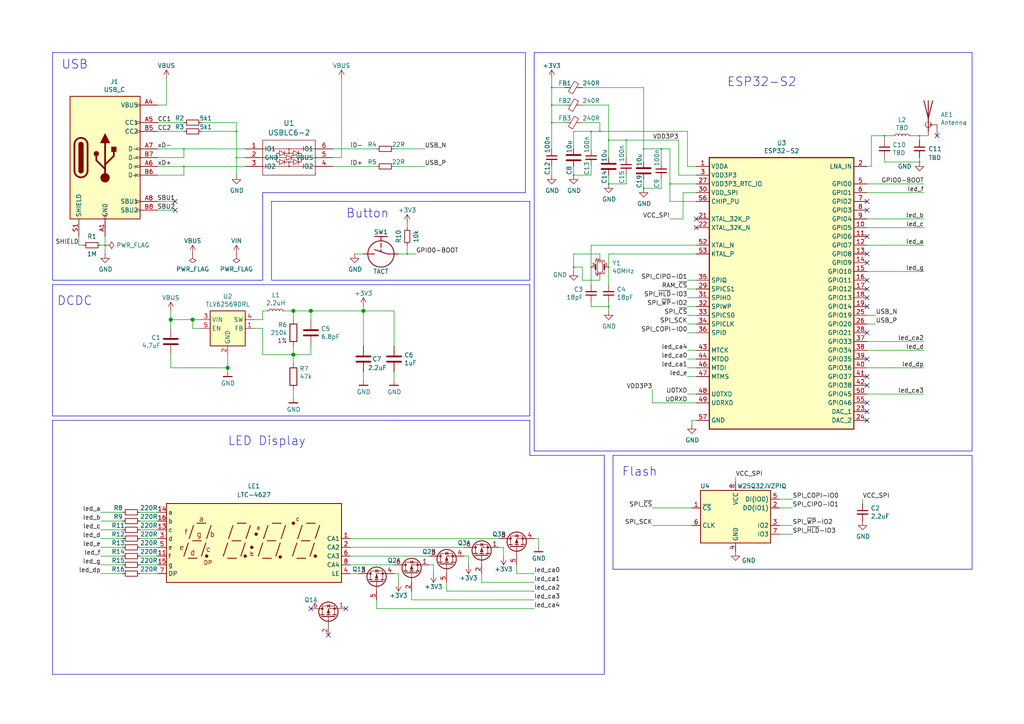
<source format=kicad_sch>
(kicad_sch (version 20230121) (generator eeschema)
  (paper "A4")
  (title_block (title "Wizard Flute (CA)") (date "2020-12-05") (rev "r1.0") (company "GsD") (comment 3 "© 2020 Greg Davill <greg.davill@gmail.com>") (comment 4 "License: CERN OHL-P"))
  (junction (at 30.48 71.12) (diameter 0.3048))
  (junction (at 55.88 92.71) (diameter 1.016))
  (junction (at 49.53 92.71) (diameter 1.016))
  (junction (at 176.53 88.9) (diameter 0.3048))
  (junction (at 186.69 43.18) (diameter 0.3048))
  (junction (at 186.69 54.61) (diameter 0.3048))
  (junction (at 166.37 77.47) (diameter 0.3048))
  (junction (at 68.58 38.1) (diameter 0.3048))
  (junction (at 171.45 38.1) (diameter 0.3048))
  (junction (at 118.11 73.66) (diameter 0.3048))
  (junction (at 266.7 46.99) (diameter 0.3048))
  (junction (at 266.7 39.37) (diameter 0.3048))
  (junction (at 68.58 45.72) (diameter 0.3048))
  (junction (at 85.09 102.87) (diameter 1.016))
  (junction (at 181.61 40.64) (diameter 0.3048))
  (junction (at 66.04 106.68) (diameter 1.016))
  (junction (at 173.99 38.1) (diameter 0.3048))
  (junction (at 160.02 25.4) (diameter 0.3048))
  (junction (at 176.53 40.64) (diameter 0.3048))
  (junction (at 90.17 90.17) (diameter 1))
  (junction (at 191.77 43.18) (diameter 0.3048))
  (junction (at 53.34 43.18) (diameter 0.3048))
  (junction (at 194.31 53.34) (diameter 0.3048))
  (junction (at 105.41 90.17) (diameter 1))
  (junction (at 160.02 30.48) (diameter 0.3048))
  (junction (at 256.54 39.37) (diameter 0.3048))
  (junction (at 176.53 77.47) (diameter 0.3048))
  (junction (at 85.09 90.17) (diameter 1))
  (junction (at 166.37 50.8) (diameter 0.3048))
  (junction (at 171.45 77.47) (diameter 0.3048))
  (junction (at 53.34 48.26) (diameter 0.3048))
  (junction (at 176.53 53.34) (diameter 0.3048))
  (junction (at 160.02 35.56) (diameter 0.3048))
  (no_connect (at 90.17 176.53))
  (no_connect (at 201.93 63.5))
  (no_connect (at 251.46 58.42))
  (no_connect (at 271.78 39.37))
  (no_connect (at 251.46 73.66))
  (no_connect (at 251.46 60.96))
  (no_connect (at 251.46 68.58))
  (no_connect (at 251.46 116.84))
  (no_connect (at 251.46 81.28))
  (no_connect (at 251.46 121.92))
  (no_connect (at 251.46 119.38))
  (no_connect (at 251.46 86.36))
  (no_connect (at 251.46 83.82))
  (no_connect (at 100.33 176.53))
  (no_connect (at 50.8 58.42))
  (no_connect (at 251.46 104.14))
  (no_connect (at 251.46 76.2))
  (no_connect (at 251.46 111.76))
  (no_connect (at 251.46 96.52))
  (no_connect (at 251.46 88.9))
  (no_connect (at 201.93 66.04))
  (no_connect (at 50.8 60.96))
  (no_connect (at 251.46 109.22))
  (no_connect (at 95.25 184.15))
  (polyline (pts (xy 15.24 82.55) (xy 153.67 82.55)) (stroke (width 0) (type solid)))
  (wire (pts (xy 82.55 90.17) (xy 85.09 90.17)))
  (wire (pts (xy 186.69 46.99) (xy 186.69 43.18)))
  (wire (pts (xy 101.6 166.37) (xy 104.14 166.37)))
  (wire (pts (xy 29.21 156.21) (xy 35.56 156.21)))
  (wire (pts (xy 160.02 30.48) (xy 160.02 35.56)))
  (wire (pts (xy 201.93 86.36) (xy 199.39 86.36)))
  (polyline (pts (xy 177.8 132.08) (xy 281.94 132.08)) (stroke (width 0) (type solid)))
  (wire (pts (xy 201.93 81.28) (xy 199.39 81.28)))
  (wire (pts (xy 251.46 93.98) (xy 254 93.98)))
  (wire (pts (xy 49.53 92.71) (xy 49.53 95.25)))
  (wire (pts (xy 176.53 53.34) (xy 181.61 53.34)))
  (wire (pts (xy 199.39 109.22) (xy 201.93 109.22)))
  (wire (pts (xy 114.3 90.17) (xy 105.41 90.17)))
  (wire (pts (xy 115.57 73.66) (xy 118.11 73.66)))
  (wire (pts (xy 264.16 39.37) (xy 266.7 39.37)))
  (polyline (pts (xy 154.94 130.81) (xy 154.94 15.24)) (stroke (width 0) (type solid)))
  (wire (pts (xy 76.2 90.17) (xy 77.47 90.17)))
  (wire (pts (xy 105.41 73.66) (xy 102.87 73.66)))
  (wire (pts (xy 118.11 73.66) (xy 120.65 73.66)))
  (wire (pts (xy 251.46 99.06) (xy 267.97 99.06)))
  (wire (pts (xy 251.46 91.44) (xy 254 91.44)))
  (wire (pts (xy 251.46 66.04) (xy 267.97 66.04)))
  (wire (pts (xy 266.7 39.37) (xy 269.24 39.37)))
  (wire (pts (xy 173.99 80.01) (xy 173.99 81.28)))
  (wire (pts (xy 176.53 73.66) (xy 201.93 73.66)))
  (wire (pts (xy 251.46 78.74) (xy 267.97 78.74)))
  (wire (pts (xy 58.42 95.25) (xy 55.88 95.25)))
  (wire (pts (xy 53.34 43.18) (xy 71.12 43.18)))
  (wire (pts (xy 45.72 38.1) (xy 53.34 38.1)))
  (wire (pts (xy 256.54 40.64) (xy 256.54 39.37)))
  (wire (pts (xy 101.6 158.75) (xy 134.62 158.75)))
  (wire (pts (xy 29.21 148.59) (xy 35.56 148.59)))
  (wire (pts (xy 160.02 22.86) (xy 160.02 25.4)))
  (wire (pts (xy 176.53 45.72) (xy 176.53 40.64)))
  (wire (pts (xy 101.6 163.83) (xy 114.3 163.83)))
  (wire (pts (xy 166.37 50.8) (xy 171.45 50.8)))
  (wire (pts (xy 196.85 50.8) (xy 196.85 40.64)))
  (wire (pts (xy 256.54 39.37) (xy 259.08 39.37)))
  (polyline (pts (xy 153.67 82.55) (xy 153.67 120.65)) (stroke (width 0) (type solid)))
  (wire (pts (xy 96.52 48.26) (xy 109.22 48.26)))
  (wire (pts (xy 194.31 63.5) (xy 198.12 63.5)))
  (polyline (pts (xy 153.67 121.92) (xy 114.3 121.92)) (stroke (width 0) (type solid)))
  (wire (pts (xy 154.94 173.99) (xy 119.38 173.99)))
  (wire (pts (xy 189.23 116.84) (xy 201.93 116.84)))
  (polyline (pts (xy 78.74 81.28) (xy 153.67 81.28)) (stroke (width 0) (type solid)))
  (wire (pts (xy 251.46 55.88) (xy 267.97 55.88)))
  (wire (pts (xy 45.72 58.42) (xy 50.8 58.42)))
  (polyline (pts (xy 15.24 82.55) (xy 15.24 120.65)) (stroke (width 0) (type solid)))
  (wire (pts (xy 154.94 176.53) (xy 109.22 176.53)))
  (wire (pts (xy 173.99 81.28) (xy 168.91 81.28)))
  (wire (pts (xy 251.46 71.12) (xy 267.97 71.12)))
  (wire (pts (xy 90.17 102.87) (xy 85.09 102.87)))
  (polyline (pts (xy 281.94 15.24) (xy 281.94 130.81)) (stroke (width 0) (type solid)))
  (wire (pts (xy 166.37 48.26) (xy 166.37 50.8)))
  (wire (pts (xy 256.54 46.99) (xy 266.7 46.99)))
  (wire (pts (xy 45.72 60.96) (xy 50.8 60.96)))
  (wire (pts (xy 68.58 35.56) (xy 68.58 38.1)))
  (polyline (pts (xy 76.2 55.88) (xy 76.2 81.28)) (stroke (width 0) (type solid)))
  (polyline (pts (xy 114.3 195.58) (xy 15.24 195.58)) (stroke (width 0) (type solid)))
  (wire (pts (xy 176.53 88.9) (xy 176.53 90.17)))
  (wire (pts (xy 166.37 43.18) (xy 166.37 38.1)))
  (wire (pts (xy 266.7 45.72) (xy 266.7 46.99)))
  (polyline (pts (xy 76.2 81.28) (xy 15.24 81.28)) (stroke (width 0) (type solid)))
  (wire (pts (xy 30.48 71.12) (xy 30.48 68.58)))
  (polyline (pts (xy 15.24 81.28) (xy 15.24 15.24)) (stroke (width 0) (type solid)))
  (wire (pts (xy 173.99 35.56) (xy 173.99 38.1)))
  (wire (pts (xy 149.86 166.37) (xy 149.86 163.83)))
  (polyline (pts (xy 15.24 15.24) (xy 152.4 15.24)) (stroke (width 0) (type solid)))
  (wire (pts (xy 85.09 90.17) (xy 85.09 92.71)))
  (wire (pts (xy 114.3 90.17) (xy 114.3 100.33)))
  (wire (pts (xy 85.09 102.87) (xy 85.09 105.41)))
  (wire (pts (xy 40.64 163.83) (xy 45.72 163.83)))
  (wire (pts (xy 40.64 153.67) (xy 45.72 153.67)))
  (wire (pts (xy 85.09 100.33) (xy 85.09 102.87)))
  (wire (pts (xy 154.94 156.21) (xy 156.21 156.21)))
  (wire (pts (xy 200.66 123.19) (xy 200.66 121.92)))
  (wire (pts (xy 201.93 53.34) (xy 194.31 53.34)))
  (wire (pts (xy 199.39 104.14) (xy 201.93 104.14)))
  (wire (pts (xy 171.45 71.12) (xy 201.93 71.12)))
  (wire (pts (xy 196.85 50.8) (xy 201.93 50.8)))
  (wire (pts (xy 171.45 38.1) (xy 173.99 38.1)))
  (wire (pts (xy 194.31 58.42) (xy 201.93 58.42)))
  (wire (pts (xy 118.11 73.66) (xy 118.11 71.12)))
  (wire (pts (xy 109.22 176.53) (xy 109.22 173.99)))
  (wire (pts (xy 76.2 102.87) (xy 76.2 95.25)))
  (polyline (pts (xy 152.4 55.88) (xy 76.2 55.88)) (stroke (width 0) (type solid)))
  (polyline (pts (xy 153.67 81.28) (xy 153.67 58.42)) (stroke (width 0) (type solid)))
  (wire (pts (xy 118.11 64.77) (xy 118.11 66.04)))
  (wire (pts (xy 45.72 50.8) (xy 53.34 50.8)))
  (wire (pts (xy 101.6 156.21) (xy 144.78 156.21)))
  (wire (pts (xy 49.53 106.68) (xy 66.04 106.68)))
  (wire (pts (xy 176.53 50.8) (xy 176.53 53.34)))
  (wire (pts (xy 176.53 88.9) (xy 176.53 87.63)))
  (wire (pts (xy 160.02 25.4) (xy 160.02 30.48)))
  (wire (pts (xy 58.42 35.56) (xy 68.58 35.56)))
  (wire (pts (xy 171.45 77.47) (xy 171.45 71.12)))
  (wire (pts (xy 251.46 114.3) (xy 267.97 114.3)))
  (wire (pts (xy 49.53 102.87) (xy 49.53 106.68)))
  (wire (pts (xy 90.17 100.33) (xy 90.17 102.87)))
  (wire (pts (xy 250.19 144.78) (xy 250.19 146.05)))
  (wire (pts (xy 105.41 107.95) (xy 105.41 110.49)))
  (wire (pts (xy 53.34 48.26) (xy 71.12 48.26)))
  (wire (pts (xy 85.09 102.87) (xy 76.2 102.87)))
  (wire (pts (xy 55.88 95.25) (xy 55.88 92.71)))
  (wire (pts (xy 134.62 161.29) (xy 135.89 161.29)))
  (polyline (pts (xy 78.74 81.28) (xy 78.74 58.42)) (stroke (width 0) (type solid)))
  (wire (pts (xy 146.05 158.75) (xy 146.05 161.29)))
  (wire (pts (xy 154.94 171.45) (xy 129.54 171.45)))
  (wire (pts (xy 171.45 38.1) (xy 171.45 43.18)))
  (wire (pts (xy 29.21 153.67) (xy 35.56 153.67)))
  (wire (pts (xy 85.09 90.17) (xy 90.17 90.17)))
  (wire (pts (xy 189.23 147.32) (xy 200.66 147.32)))
  (wire (pts (xy 45.72 35.56) (xy 53.34 35.56)))
  (wire (pts (xy 199.39 106.68) (xy 201.93 106.68)))
  (wire (pts (xy 29.21 161.29) (xy 35.56 161.29)))
  (wire (pts (xy 76.2 92.71) (xy 73.66 92.71)))
  (polyline (pts (xy 153.67 132.08) (xy 153.67 121.92)) (stroke (width 0) (type solid)))
  (wire (pts (xy 40.64 148.59) (xy 45.72 148.59)))
  (polyline (pts (xy 114.3 195.58) (xy 175.26 195.58)) (stroke (width 0) (type solid)))
  (wire (pts (xy 173.99 73.66) (xy 173.99 74.93)))
  (wire (pts (xy 198.12 55.88) (xy 201.93 55.88)))
  (wire (pts (xy 45.72 30.48) (xy 48.26 30.48)))
  (wire (pts (xy 168.91 25.4) (xy 186.69 25.4)))
  (wire (pts (xy 166.37 73.66) (xy 173.99 73.66)))
  (wire (pts (xy 160.02 35.56) (xy 163.83 35.56)))
  (wire (pts (xy 194.31 58.42) (xy 194.31 53.34)))
  (wire (pts (xy 139.7 168.91) (xy 139.7 166.37)))
  (wire (pts (xy 29.21 166.37) (xy 35.56 166.37)))
  (wire (pts (xy 45.72 43.18) (xy 53.34 43.18)))
  (wire (pts (xy 176.53 82.55) (xy 176.53 77.47)))
  (wire (pts (xy 115.57 166.37) (xy 115.57 168.91)))
  (polyline (pts (xy 15.24 195.58) (xy 15.24 121.92)) (stroke (width 0) (type solid)))
  (wire (pts (xy 90.17 90.17) (xy 105.41 90.17)))
  (polyline (pts (xy 281.94 132.08) (xy 281.94 165.1)) (stroke (width 0) (type solid)))
  (wire (pts (xy 53.34 45.72) (xy 53.34 43.18)))
  (wire (pts (xy 76.2 90.17) (xy 76.2 92.71)))
  (wire (pts (xy 168.91 77.47) (xy 166.37 77.47)))
  (wire (pts (xy 154.94 168.91) (xy 139.7 168.91)))
  (wire (pts (xy 171.45 88.9) (xy 176.53 88.9)))
  (polyline (pts (xy 175.26 195.58) (xy 175.26 132.08)) (stroke (width 0) (type solid)))
  (wire (pts (xy 198.12 63.5) (xy 198.12 55.88)))
  (wire (pts (xy 156.21 156.21) (xy 156.21 158.75)))
  (wire (pts (xy 129.54 171.45) (xy 129.54 168.91)))
  (wire (pts (xy 85.09 113.03) (xy 85.09 115.57)))
  (wire (pts (xy 71.12 45.72) (xy 68.58 45.72)))
  (wire (pts (xy 226.06 144.78) (xy 229.87 144.78)))
  (wire (pts (xy 201.93 93.98) (xy 199.39 93.98)))
  (wire (pts (xy 226.06 147.32) (xy 229.87 147.32)))
  (wire (pts (xy 160.02 30.48) (xy 163.83 30.48)))
  (wire (pts (xy 125.73 163.83) (xy 125.73 166.37)))
  (wire (pts (xy 201.93 88.9) (xy 199.39 88.9)))
  (wire (pts (xy 29.21 158.75) (xy 35.56 158.75)))
  (wire (pts (xy 114.3 107.95) (xy 114.3 110.49)))
  (wire (pts (xy 171.45 82.55) (xy 171.45 77.47)))
  (polyline (pts (xy 114.3 58.42) (xy 78.74 58.42)) (stroke (width 0) (type solid)))
  (wire (pts (xy 55.88 92.71) (xy 58.42 92.71)))
  (wire (pts (xy 160.02 25.4) (xy 163.83 25.4)))
  (wire (pts (xy 49.53 92.71) (xy 55.88 92.71)))
  (wire (pts (xy 166.37 38.1) (xy 171.45 38.1)))
  (wire (pts (xy 114.3 166.37) (xy 115.57 166.37)))
  (wire (pts (xy 256.54 45.72) (xy 256.54 46.99)))
  (wire (pts (xy 66.04 106.68) (xy 66.04 107.95)))
  (wire (pts (xy 201.93 96.52) (xy 199.39 96.52)))
  (wire (pts (xy 194.31 53.34) (xy 194.31 43.18)))
  (wire (pts (xy 22.86 68.58) (xy 22.86 71.12)))
  (polyline (pts (xy 153.67 120.65) (xy 114.3 120.65)) (stroke (width 0) (type solid)))
  (wire (pts (xy 58.42 38.1) (xy 68.58 38.1)))
  (wire (pts (xy 114.3 43.18) (xy 123.19 43.18)))
  (wire (pts (xy 160.02 50.8) (xy 160.02 48.26)))
  (wire (pts (xy 168.91 35.56) (xy 173.99 35.56)))
  (wire (pts (xy 68.58 38.1) (xy 68.58 45.72)))
  (wire (pts (xy 124.46 163.83) (xy 125.73 163.83)))
  (wire (pts (xy 181.61 40.64) (xy 181.61 45.72)))
  (polyline (pts (xy 153.67 58.42) (xy 114.3 58.42)) (stroke (width 0) (type solid)))
  (wire (pts (xy 201.93 83.82) (xy 199.39 83.82)))
  (wire (pts (xy 22.86 71.12) (xy 24.13 71.12)))
  (wire (pts (xy 76.2 95.25) (xy 73.66 95.25)))
  (wire (pts (xy 186.69 43.18) (xy 191.77 43.18)))
  (wire (pts (xy 194.31 43.18) (xy 191.77 43.18)))
  (wire (pts (xy 213.36 138.43) (xy 213.36 139.7)))
  (polyline (pts (xy 154.94 15.24) (xy 281.94 15.24)) (stroke (width 0) (type solid)))
  (wire (pts (xy 101.6 161.29) (xy 124.46 161.29)))
  (wire (pts (xy 189.23 113.03) (xy 189.23 116.84)))
  (wire (pts (xy 45.72 48.26) (xy 53.34 48.26)))
  (wire (pts (xy 201.93 114.3) (xy 199.39 114.3)))
  (wire (pts (xy 199.39 101.6) (xy 201.93 101.6)))
  (wire (pts (xy 186.69 52.07) (xy 186.69 54.61)))
  (wire (pts (xy 144.78 158.75) (xy 146.05 158.75)))
  (wire (pts (xy 200.66 121.92) (xy 201.93 121.92)))
  (wire (pts (xy 196.85 40.64) (xy 181.61 40.64)))
  (wire (pts (xy 99.06 45.72) (xy 99.06 22.86)))
  (wire (pts (xy 201.93 91.44) (xy 199.39 91.44)))
  (wire (pts (xy 40.64 161.29) (xy 45.72 161.29)))
  (wire (pts (xy 29.21 163.83) (xy 35.56 163.83)))
  (wire (pts (xy 105.41 88.9) (xy 105.41 90.17)))
  (wire (pts (xy 166.37 78.74) (xy 166.37 77.47)))
  (wire (pts (xy 226.06 154.94) (xy 229.87 154.94)))
  (wire (pts (xy 90.17 90.17) (xy 90.17 92.71)))
  (wire (pts (xy 68.58 45.72) (xy 68.58 50.8)))
  (wire (pts (xy 199.39 38.1) (xy 173.99 38.1)))
  (wire (pts (xy 40.64 158.75) (xy 45.72 158.75)))
  (polyline (pts (xy 15.24 121.92) (xy 114.3 121.92)) (stroke (width 0.152) (type solid)))
  (polyline (pts (xy 175.26 132.08) (xy 153.67 132.08)) (stroke (width 0) (type solid)))
  (wire (pts (xy 30.48 71.12) (xy 30.48 73.66)))
  (wire (pts (xy 160.02 35.56) (xy 160.02 43.18)))
  (wire (pts (xy 45.72 45.72) (xy 53.34 45.72)))
  (wire (pts (xy 251.46 101.6) (xy 267.97 101.6)))
  (polyline (pts (xy 114.3 120.65) (xy 15.24 120.65)) (stroke (width 0) (type solid)))
  (wire (pts (xy 40.64 156.21) (xy 45.72 156.21)))
  (wire (pts (xy 40.64 166.37) (xy 45.72 166.37)))
  (wire (pts (xy 251.46 53.34) (xy 267.97 53.34)))
  (wire (pts (xy 114.3 48.26) (xy 123.19 48.26)))
  (wire (pts (xy 119.38 173.99) (xy 119.38 171.45)))
  (wire (pts (xy 252.73 48.26) (xy 252.73 39.37)))
  (wire (pts (xy 191.77 43.18) (xy 191.77 46.99)))
  (polyline (pts (xy 177.8 165.1) (xy 177.8 132.08)) (stroke (width 0) (type solid)))
  (wire (pts (xy 105.41 90.17) (xy 105.41 100.33)))
  (wire (pts (xy 226.06 152.4) (xy 229.87 152.4)))
  (wire (pts (xy 251.46 63.5) (xy 267.97 63.5)))
  (wire (pts (xy 66.04 102.87) (xy 66.04 106.68)))
  (wire (pts (xy 171.45 87.63) (xy 171.45 88.9)))
  (wire (pts (xy 49.53 90.17) (xy 49.53 92.71)))
  (wire (pts (xy 176.53 73.66) (xy 176.53 77.47)))
  (wire (pts (xy 186.69 25.4) (xy 186.69 43.18)))
  (wire (pts (xy 154.94 166.37) (xy 149.86 166.37)))
  (wire (pts (xy 166.37 77.47) (xy 166.37 73.66)))
  (wire (pts (xy 186.69 54.61) (xy 191.77 54.61)))
  (wire (pts (xy 40.64 151.13) (xy 45.72 151.13)))
  (wire (pts (xy 96.52 43.18) (xy 109.22 43.18)))
  (wire (pts (xy 199.39 48.26) (xy 199.39 38.1)))
  (wire (pts (xy 53.34 50.8) (xy 53.34 48.26)))
  (wire (pts (xy 176.53 30.48) (xy 176.53 40.64)))
  (wire (pts (xy 251.46 48.26) (xy 252.73 48.26)))
  (wire (pts (xy 135.89 161.29) (xy 135.89 163.83)))
  (wire (pts (xy 168.91 81.28) (xy 168.91 77.47)))
  (wire (pts (xy 171.45 48.26) (xy 171.45 50.8)))
  (wire (pts (xy 189.23 152.4) (xy 200.66 152.4)))
  (wire (pts (xy 201.93 48.26) (xy 199.39 48.26)))
  (wire (pts (xy 96.52 45.72) (xy 99.06 45.72)))
  (wire (pts (xy 266.7 39.37) (xy 266.7 40.64)))
  (wire (pts (xy 252.73 39.37) (xy 256.54 39.37)))
  (wire (pts (xy 191.77 52.07) (xy 191.77 54.61)))
  (wire (pts (xy 251.46 106.68) (xy 267.97 106.68)))
  (wire (pts (xy 181.61 50.8) (xy 181.61 53.34)))
  (polyline (pts (xy 152.4 15.24) (xy 152.4 55.88)) (stroke (width 0) (type solid)))
  (polyline (pts (xy 281.94 165.1) (xy 177.8 165.1)) (stroke (width 0) (type solid)))
  (wire (pts (xy 29.21 151.13) (xy 35.56 151.13)))
  (wire (pts (xy 29.21 71.12) (xy 30.48 71.12)))
  (wire (pts (xy 176.53 40.64) (xy 181.61 40.64)))
  (wire (pts (xy 168.91 30.48) (xy 176.53 30.48)))
  (polyline (pts (xy 281.94 130.81) (xy 154.94 130.81)) (stroke (width 0) (type solid)))
  (wire (pts (xy 48.26 30.48) (xy 48.26 22.86)))
  (text "Button" (at 100.33 63.5 0) (effects (font (size 2.54 2.54)) (justify left bottom)))
  (text "ESP32-S2\n" (at 210.82 25.4 0) (effects (font (size 2.54 2.54)) (justify left bottom)))
  (text "LED Display" (at 66.04 129.54 0) (effects (font (size 2.54 2.54)) (justify left bottom)))
  (text "DCDC" (at 16.51 88.9 0) (effects (font (size 2.54 2.54)) (justify left bottom)))
  (text "USB" (at 17.78 20.32 0) (effects (font (size 2.54 2.54)) (justify left bottom)))
  (text "Flash" (at 180.34 138.43 0) (effects (font (size 2.54 2.54)) (justify left bottom)))
  (label "led_d" (at 267.97 101.6 180))
  (label "GPIO0-BOOT" (at 267.97 53.34 180))
  (label "led_e" (at 29.21 158.75 180))
  (label "led_e" (at 199.39 109.22 180))
  (label "led_ca1" (at 154.94 168.91 0))
  (label "USB_P" (at 123.19 48.26 0))
  (label "led_f" (at 29.21 161.29 180))
  (label "led_c" (at 267.97 66.04 180))
  (label "led_dp" (at 267.97 106.68 180))
  (label "VCC_SPI" (at 250.19 144.78 0))
  (label "led_ca0" (at 199.39 104.14 180))
  (label "SPI_~{WP}-IO2" (at 229.87 152.4 0))
  (label "SPI_COPI-IO0" (at 229.87 144.78 0))
  (label "led_b" (at 267.97 63.5 180))
  (label "U0TXD" (at 199.39 114.3 180))
  (label "SPI_~{CS}" (at 199.39 91.44 180))
  (label "USB_N" (at 254 91.44 0))
  (label "SPI_COPI-IO0" (at 199.39 96.52 180))
  (label "CC2" (at 45.72 38.1 0))
  (label "RAM_~{CS}" (at 199.39 83.82 180))
  (label "SBU2" (at 50.8 60.96 180))
  (label "VDD3P3" (at 196.85 40.64 180))
  (label "led_ca3" (at 267.97 114.3 180))
  (label "led_b" (at 29.21 151.13 180))
  (label "led_ca4" (at 199.39 101.6 180))
  (label "SPI_~{HLD}-IO3" (at 199.39 86.36 180))
  (label "CC1" (at 45.72 35.56 0))
  (label "led_a" (at 29.21 148.59 180))
  (label "SPI_CIPO-IO1" (at 229.87 147.32 0))
  (label "led_ca0" (at 154.94 166.37 0))
  (label "VCC_SPI" (at 194.31 63.5 180))
  (label "led_c" (at 29.21 153.67 180))
  (label "led_ca1" (at 199.39 106.68 180))
  (label "xD-" (at 45.72 43.18 0))
  (label "SPI_~{HLD}-IO3" (at 229.87 154.94 0))
  (label "iD-" (at 101.6 43.18 0))
  (label "led_f" (at 267.97 55.88 180))
  (label "xD+" (at 45.72 48.26 0))
  (label "U0RXD" (at 199.39 116.84 180))
  (label "led_ca2" (at 154.94 171.45 0))
  (label "iD+" (at 101.6 48.26 0))
  (label "led_g" (at 29.21 163.83 180))
  (label "SPI_SCK" (at 199.39 93.98 180))
  (label "VDD3P3" (at 189.23 113.03 180))
  (label "led_ca2" (at 267.97 99.06 180))
  (label "led_ca3" (at 154.94 173.99 0))
  (label "SPI_SCK" (at 189.23 152.4 180))
  (label "led_g" (at 267.97 78.74 180))
  (label "led_dp" (at 29.21 166.37 180))
  (label "SPI_CIPO-IO1" (at 199.39 81.28 180))
  (label "led_a" (at 267.97 71.12 180))
  (label "led_d" (at 29.21 156.21 180))
  (label "SHIELD" (at 22.86 71.12 180))
  (label "SPI_~{WP}-IO2" (at 199.39 88.9 180))
  (label "led_ca4" (at 154.94 176.53 0))
  (label "SBU1" (at 50.8 58.42 180))
  (label "USB_N" (at 123.19 43.18 0))
  (label "SPI_~{CS}" (at 189.23 147.32 180))
  (label "USB_P" (at 254 93.98 0))
  (label "VCC_SPI" (at 213.36 138.43 0))
  (label "GPIO0-BOOT" (at 120.65 73.66 0))
  (symbol (lib_id "icebreaker-bitsy-rescue:pkl_R_Small-pkl_device") (at 26.67 71.12 270) (unit 1)
    (property "Reference" "R1" (at 26.67 68.58 90))
    (property "Value" "1M" (at 26.67 73.66 90))
    (property "Footprint" "Resistor_SMD:R_0402_1005Metric" (effects hide))
    (property "Mfg" "Yageo" (effects hide))
    (property "PN" "RC0402FR-071ML" (effects hide))
  )
  (symbol (lib_id "power:GND") (at 30.48 73.66 0) (unit 1)
    (property "Reference" "#PWR06" (effects hide))
    (property "Value" "GND" (at 30.607 78.1304 0))
  )
  (symbol (lib_id "icebreaker-bitsy-rescue:pkl_C_Small-pkl_device") (at 191.77 49.53 0) (mirror y) (unit 1)
    (property "Reference" "C9" (at 190.5 54.61 90) (effects (justify left)))
    (property "Value" "100n" (at 190.5 48.26 90) (effects (justify left)))
    (property "Footprint" "Capacitor_SMD:C_0402_1005Metric" (effects hide))
    (property "Mfg" "Yageo" (effects hide))
    (property "PN" "CC0402ZRY5V7BB104" (effects hide))
  )
  (symbol (lib_id "icebreaker-bitsy-rescue:pkl_C-pkl_device") (at 186.69 49.53 0) (mirror y) (unit 1)
    (property "Reference" "C19" (at 185.42 54.61 90) (effects (justify left)))
    (property "Value" "10u" (at 185.42 48.26 90) (effects (justify left)))
    (property "Footprint" "Capacitor_SMD:C_0603_1608Metric" (effects hide))
    (property "Mfg" "Yageo" (effects hide))
    (property "PN" "CC0603KRX5R5BB106" (effects hide))
  )
  (symbol (lib_id "power:GND") (at 186.69 54.61 0) (unit 1)
    (property "Reference" "#PWR036" (effects hide))
    (property "Value" "GND" (at 186.817 59.0804 0))
  )
  (symbol (lib_id "icebreaker-bitsy-rescue:pkl_R_Small-pkl_device") (at 111.76 43.18 270) (unit 1)
    (property "Reference" "R4" (at 107.95 41.91 90))
    (property "Value" "22R" (at 115.57 41.91 90))
    (property "Footprint" "Resistor_SMD:R_0402_1005Metric" (effects hide))
    (property "Mfg" "Yageo" (effects hide))
    (property "PN" "RC0402FR-0722RL" (effects hide))
  )
  (symbol (lib_id "icebreaker-bitsy-rescue:pkl_R_Small-pkl_device") (at 111.76 48.26 270) (unit 1)
    (property "Reference" "R5" (at 107.95 46.99 90))
    (property "Value" "22R" (at 115.57 46.99 90))
    (property "Footprint" "Resistor_SMD:R_0402_1005Metric" (effects hide))
    (property "Mfg" "Yageo" (effects hide))
    (property "PN" "RC0402FR-0722RL" (effects hide))
  )
  (symbol (lib_id "power:+3V3") (at 160.02 22.86 0) (unit 1)
    (property "Reference" "#PWR043" (effects hide))
    (property "Value" "+3V3" (at 160.02 19.05 0))
  )
  (symbol (lib_id "icebreaker-bitsy-rescue:USBLC6-2-pkl_misc") (at 83.82 45.72 0) (unit 1)
    (property "Reference" "U1" (at 83.82 35.687 0) (effects (font (size 1.524 1.524))))
    (property "Value" "USBLC6-2" (at 83.82 38.481 0) (effects (font (size 1.524 1.524))))
    (property "Footprint" "led-clock:SOT-666" (effects hide))
    (property "Mfg" "STMicroelectronics" (effects hide))
    (property "PN" "USBLC6-2P6" (effects hide))
  )
  (symbol (lib_id "icebreaker-bitsy-rescue:TACT-pkl_misc") (at 110.49 73.66 0) (mirror y) (unit 1)
    (property "Reference" "SW1" (at 110.49 67.31 0))
    (property "Value" "TACT" (at 110.49 78.74 0))
    (property "Footprint" "pkl_buttons_switches:SW_SPST_3x4x2.5" (effects hide))
  )
  (symbol (lib_id "icebreaker-bitsy-rescue:pkl_R_Small-pkl_device") (at 118.11 68.58 180) (unit 1)
    (property "Reference" "R10" (at 115.57 68.58 90))
    (property "Value" "10k" (at 120.65 68.58 90))
    (property "Footprint" "Resistor_SMD:R_0402_1005Metric" (effects hide))
    (property "Mfg" "Yageo" (effects hide))
    (property "PN" "RC0402FR-0710KL" (effects hide))
  )
  (symbol (lib_id "Connector:USB_C_Receptacle_USB2.0") (at 30.48 45.72 0) (unit 1)
    (property "Reference" "J1" (at 33.1978 23.6982 0))
    (property "Value" "USB_C" (at 33.1978 26.0096 0))
    (property "Footprint" "pkl_connectors:USB_C_Receptacle_HRO_TYPE-C-31-M-12" (effects hide))
    (property "Datasheet" "https://www.usb.org/sites/default/files/documents/usb_type-c.zip" (effects hide))
    (property "Mfg" "GCT" (effects hide))
    (property "PN" "USB4105-GF-A" (effects hide))
  )
  (symbol (lib_id "icebreaker-bitsy-rescue:pkl_R_Small-pkl_device") (at 55.88 38.1 270) (unit 1)
    (property "Reference" "R3" (at 52.07 36.83 90))
    (property "Value" "5k1" (at 59.69 36.83 90))
    (property "Footprint" "Resistor_SMD:R_0402_1005Metric" (effects hide))
    (property "Mfg" "Yageo" (effects hide))
    (property "PN" "RC0402FR-075K1L" (effects hide))
  )
  (symbol (lib_id "power:PWR_FLAG") (at 55.88 73.66 180) (unit 1)
    (property "Reference" "#FLG0102" (effects hide))
    (property "Value" "PWR_FLAG" (at 55.88 78.0542 0))
  )
  (symbol (lib_id "power:VBUS") (at 55.88 73.66 0) (unit 1)
    (property "Reference" "#PWR0122" (effects hide))
    (property "Value" "VBUS" (at 55.88 69.85 0))
  )
  (symbol (lib_id "icebreaker-bitsy-rescue:VIN-pkl_power") (at 68.58 73.66 0) (unit 1)
    (property "Reference" "#PWR0123" (effects hide))
    (property "Value" "VIN" (at 68.58 69.85 0))
  )
  (symbol (lib_id "power:PWR_FLAG") (at 68.58 73.66 180) (unit 1)
    (property "Reference" "#FLG0103" (effects hide))
    (property "Value" "PWR_FLAG" (at 68.58 78.0542 0))
  )
  (symbol (lib_id "icebreaker-bitsy-rescue:pkl_R_Small-pkl_device") (at 55.88 35.56 270) (unit 1)
    (property "Reference" "R2" (at 52.07 34.29 90))
    (property "Value" "5k1" (at 59.69 34.29 90))
    (property "Footprint" "Resistor_SMD:R_0402_1005Metric" (effects hide))
    (property "Mfg" "Yageo" (effects hide))
    (property "PN" "RC0402FR-075K1L" (effects hide))
  )
  (symbol (lib_id "power:GND") (at 68.58 50.8 0) (unit 1)
    (property "Reference" "#PWR0103" (effects hide))
    (property "Value" "GND" (at 68.707 55.2704 0))
  )
  (symbol (lib_id "power:PWR_FLAG") (at 30.48 71.12 270) (unit 1)
    (property "Reference" "#FLG0101" (effects hide))
    (property "Value" "PWR_FLAG" (at 33.7312 71.12 90) (effects (justify left)))
  )
  (symbol (lib_id "power:VBUS") (at 48.26 22.86 0) (unit 1)
    (property "Reference" "#PWR0104" (effects hide))
    (property "Value" "VBUS" (at 48.26 19.05 0))
  )
  (symbol (lib_id "power:VBUS") (at 99.06 22.86 0) (unit 1)
    (property "Reference" "#PWR0105" (effects hide))
    (property "Value" "VBUS" (at 99.06 19.05 0))
  )
  (symbol (lib_id "power:GND") (at 102.87 73.66 0) (unit 1)
    (property "Reference" "#PWR0117" (effects hide))
    (property "Value" "GND" (at 102.997 78.1304 0))
  )
  (symbol (lib_id "icebreaker-bitsy-rescue:pkl_C_Small-pkl_device") (at 160.02 45.72 0) (mirror y) (unit 1)
    (property "Reference" "C12" (at 158.75 50.8 90) (effects (justify left)))
    (property "Value" "100n" (at 158.75 44.45 90) (effects (justify left)))
    (property "Footprint" "Capacitor_SMD:C_0402_1005Metric" (effects hide))
    (property "Mfg" "Yageo" (effects hide))
    (property "PN" "CC0402ZRY5V7BB104" (effects hide))
  )
  (symbol (lib_id "power:GND") (at 160.02 50.8 0) (unit 1)
    (property "Reference" "#PWR0118" (effects hide))
    (property "Value" "GND" (at 160.147 55.2704 0))
  )
  (symbol (lib_id "obsidian-boa:ESP32-S2") (at 226.06 82.55 0) (unit 1)
    (property "Reference" "U3" (at 226.695 41.4717 0))
    (property "Value" "ESP32-S2" (at 226.695 43.7704 0))
    (property "Footprint" "Package_DFN_QFN:QFN-56-1EP_7x7mm_P0.4mm_EP5.6x5.6mm" (effects hide))
    (property "Mfg" "Espressif Systems" (effects hide))
    (property "PN" "ESP32-S2" (effects hide))
  )
  (symbol (lib_id "Device:Crystal_GND24_Small") (at 173.99 77.47 180) (unit 1)
    (property "Reference" "Y1" (at 177.5461 76.3206 0) (effects (justify right)))
    (property "Value" "40MHz" (at 177.5461 78.6193 0) (effects (justify right)))
    (property "Footprint" "led-clock:Crystal_SMD_4Pin_2.0x1.6mm" (effects hide))
    (property "Mfg" "TKD" (effects hide))
    (property "PN" "SX20Y040000BC1T" (effects hide))
  )
  (symbol (lib_id "power:+3V3") (at 135.89 163.83 180) (unit 1)
    (property "Reference" "#PWR0109" (effects hide))
    (property "Value" "+3V3" (at 135.89 167.64 0))
  )
  (symbol (lib_id "Device:Ferrite_Bead_Small") (at 166.37 30.48 90) (unit 1)
    (property "Reference" "FB2" (at 163.83 29.21 90))
    (property "Value" "240R" (at 171.45 29.21 90))
    (property "Footprint" "Inductor_SMD:L_0402_1005Metric" (effects hide))
    (property "Mfg" "Murata Electronics" (effects hide))
    (property "PN" "BLM15BC241SN1D" (effects hide))
  )
  (symbol (lib_id "power:+3V3") (at 105.41 88.9 0) (unit 1)
    (property "Reference" "#PWR0136" (effects hide))
    (property "Value" "+3V3" (at 105.41 85.09 0))
  )
  (symbol (lib_name "Device:L_Small_1") (lib_id "Device:L_Small") (at 261.62 39.37 90) (unit 1)
    (property "Reference" "L2" (at 261.62 34.7788 90))
    (property "Value" "TBD" (at 261.62 37.0775 90))
    (property "Footprint" "Inductor_SMD:L_0402_1005Metric" (effects hide))
  )
  (symbol (lib_id "power:+3V3") (at 125.73 166.37 180) (unit 1)
    (property "Reference" "#PWR0108" (effects hide))
    (property "Value" "+3V3" (at 125.73 170.18 0))
  )
  (symbol (lib_id "Device:Q_DUAL_PMOS_S1G1D2S2G2D1") (at 109.22 168.91 90) (unit 2)
    (property "Reference" "Q1" (at 104.14 165.1 90))
    (property "Value" "NTZD3152P" (effects hide))
    (property "Footprint" "led-clock:SOT-666" (effects hide))
  )
  (symbol (lib_id "icebreaker-bitsy-rescue:pkl_C_Small-pkl_device") (at 256.54 43.18 0) (mirror y) (unit 1)
    (property "Reference" "C10" (at 258.8642 42.0306 0) (effects (justify right)))
    (property "Value" "TBD" (at 258.8642 44.3293 0) (effects (justify right)))
    (property "Footprint" "Capacitor_SMD:C_0402_1005Metric" (effects hide))
    (property "Source" "ANY" (effects hide))
  )
  (symbol (lib_id "Regulator_Switching:TLV62569DRL") (at 66.04 95.25 0) (unit 1)
    (property "Reference" "U2" (at 66.04 85.9598 0))
    (property "Value" "TLV62569DRL" (at 66.04 88.2585 0))
    (property "Footprint" "led-clock:SOT-666" (effects hide))
    (property "Datasheet" "http://www.ti.com/lit/ds/symlink/tlv62569.pdf" (effects hide))
    (property "Mfg" "Texas Instruments" (effects hide))
    (property "PN" "TLV62569DRLR" (effects hide))
  )
  (symbol (lib_id "icebreaker-bitsy-rescue:pkl_C-pkl_device") (at 166.37 45.72 0) (mirror y) (unit 1)
    (property "Reference" "C8" (at 165.1 50.8 90) (effects (justify left)))
    (property "Value" "10u" (at 165.1 44.45 90) (effects (justify left)))
    (property "Footprint" "Capacitor_SMD:C_0603_1608Metric" (effects hide))
    (property "Mfg" "Yageo" (effects hide))
    (property "PN" "CC0603KRX5R5BB106" (effects hide))
  )
  (symbol (lib_id "Device:L_Small") (at 80.01 90.17 90) (unit 1)
    (property "Reference" "L1" (at 80.01 85.5788 90))
    (property "Value" "2.2uH" (at 80.01 87.8775 90))
    (property "Footprint" "Inductor_SMD:L_0805_2012Metric" (effects hide))
    (property "Mfg" "Sunltech Tech" (effects hide))
    (property "PN" "SLM20122R2MIT" (effects hide))
  )
  (symbol (lib_id "Memory_Flash:W25Q32JVSS") (at 213.36 149.86 0) (unit 1)
    (property "Reference" "U4" (at 204.47 140.97 0))
    (property "Value" "W25Q32JVZPIQ" (at 220.98 140.97 0))
    (property "Footprint" "Package_SON:WSON-8-1EP_6x5mm_P1.27mm_EP3.4x4mm" (effects hide))
    (property "Datasheet" "http://www.winbond.com/resource-files/w25q32jv%20revg%2003272018%20plus.pdf" (effects hide))
    (property "Mfg" "Winbond Electronics" (effects hide))
    (property "PN" "W25Q32JVZPIQ" (effects hide))
  )
  (symbol (lib_id "power:GND") (at 176.53 53.34 0) (unit 1)
    (property "Reference" "#PWR0137" (effects hide))
    (property "Value" "GND" (at 176.657 57.8104 0))
  )
  (symbol (lib_id "icebreaker-bitsy-rescue:pkl_R_Small-pkl_device") (at 38.1 158.75 270) (unit 1)
    (property "Reference" "R13" (at 34.29 157.48 90))
    (property "Value" "220R" (at 43.18 157.48 90))
    (property "Footprint" "Resistor_SMD:R_0402_1005Metric" (effects hide))
    (property "Mfg" "Yageo" (effects hide))
    (property "PN" "RC0402FR-0722RL" (effects hide))
  )
  (symbol (lib_id "power:VBUS") (at 49.53 90.17 0) (unit 1)
    (property "Reference" "#PWR0102" (effects hide))
    (property "Value" "VBUS" (at 49.53 86.36 0))
  )
  (symbol (lib_id "Device:C") (at 114.3 104.14 0) (mirror y) (unit 1)
    (property "Reference" "C6" (at 117.221 102.997 0) (effects (justify right)))
    (property "Value" "1uF" (at 117.221 105.283 0) (effects (justify right)))
    (property "Footprint" "Capacitor_SMD:C_0402_1005Metric" (effects hide))
    (property "Mfg" "Yageo" (effects hide))
    (property "PN" "CC0402KRX5R6BB105" (effects hide))
  )
  (symbol (lib_id "power:GND") (at 166.37 78.74 0) (unit 1)
    (property "Reference" "#PWR0119" (effects hide))
    (property "Value" "GND" (at 164.465 79.6925 0) (effects (justify right)))
  )
  (symbol (lib_id "Device:Ferrite_Bead_Small") (at 166.37 25.4 90) (unit 1)
    (property "Reference" "FB1" (at 163.83 24.13 90))
    (property "Value" "240R" (at 171.45 24.13 90))
    (property "Footprint" "Inductor_SMD:L_0402_1005Metric" (effects hide))
    (property "Mfg" "Murata Electronics" (effects hide))
    (property "PN" "BLM15BC241SN1D" (effects hide))
  )
  (symbol (lib_id "gkl_power:GND") (at 114.3 110.49 0) (unit 1)
    (property "Reference" "#PWR0116" (effects hide))
    (property "Value" "GND" (at 114.3762 113.6904 0))
  )
  (symbol (lib_id "gkl_power:GND") (at 66.04 107.95 0) (unit 1)
    (property "Reference" "#PWR0112" (effects hide))
    (property "Value" "GND" (at 66.1162 111.1504 0))
  )
  (symbol (lib_id "icebreaker-bitsy-rescue:pkl_R_Small-pkl_device") (at 38.1 163.83 270) (unit 1)
    (property "Reference" "R15" (at 34.29 162.56 90))
    (property "Value" "220R" (at 43.18 162.56 90))
    (property "Footprint" "Resistor_SMD:R_0402_1005Metric" (effects hide))
    (property "Mfg" "Yageo" (effects hide))
    (property "PN" "RC0402FR-0722RL" (effects hide))
  )
  (symbol (lib_id "Device:C") (at 90.17 96.52 0) (unit 1)
    (property "Reference" "C5" (at 93.0911 95.3706 0) (effects (justify left)))
    (property "Value" "6.8pF" (at 93.0911 97.6693 0) (effects (justify left)))
    (property "Footprint" "Capacitor_SMD:C_0402_1005Metric" (effects hide))
    (property "Mfg" "Yageo" (effects hide))
    (property "PN" "CC0402CRNPO9BN6R8" (effects hide))
  )
  (symbol (lib_id "power:GND") (at 266.7 46.99 0) (unit 1)
    (property "Reference" "#PWR0124" (effects hide))
    (property "Value" "GND" (at 260.35 48.26 0) (effects (justify left)))
  )
  (symbol (lib_id "power:+3V3") (at 146.05 161.29 180) (unit 1)
    (property "Reference" "#PWR0111" (effects hide))
    (property "Value" "+3V3" (at 146.05 165.1 0))
  )
  (symbol (lib_id "icebreaker-bitsy-rescue:pkl_R_Small-pkl_device") (at 38.1 151.13 270) (unit 1)
    (property "Reference" "R9" (at 34.29 149.86 90))
    (property "Value" "220R" (at 43.18 149.86 90))
    (property "Footprint" "Resistor_SMD:R_0402_1005Metric" (effects hide))
    (property "Mfg" "Yageo" (effects hide))
    (property "PN" "RC0402FR-0722RL" (effects hide))
  )
  (symbol (lib_id "power:GND") (at 213.36 160.02 0) (unit 1)
    (property "Reference" "#PWR0132" (effects hide))
    (property "Value" "GND" (at 217.17 162.56 0))
  )
  (symbol (lib_name "Device:R_4") (lib_id "Device:R") (at 85.09 109.22 180) (unit 1)
    (property "Reference" "R7" (at 86.8681 106.9213 0) (effects (justify right)))
    (property "Value" "47k" (at 86.8681 109.22 0) (effects (justify right)))
    (property "Footprint" "Resistor_SMD:R_0402_1005Metric" (effects hide))
    (property "PN" "RC0402FR-0747KL" (effects hide))
    (property "Mfg" "Yageo" (effects hide))
  )
  (symbol (lib_id "icebreaker-bitsy-rescue:pkl_C_Small-pkl_device") (at 171.45 45.72 0) (mirror y) (unit 1)
    (property "Reference" "C13" (at 170.18 50.8 90) (effects (justify left)))
    (property "Value" "100n" (at 170.18 44.45 90) (effects (justify left)))
    (property "Footprint" "Capacitor_SMD:C_0402_1005Metric" (effects hide))
    (property "Mfg" "Yageo" (effects hide))
    (property "PN" "CC0402ZRY5V7BB104" (effects hide))
  )
  (symbol (lib_id "gkl_power:GND") (at 156.21 158.75 0) (unit 1)
    (property "Reference" "#PWR0115" (effects hide))
    (property "Value" "GND" (at 156.2862 161.9504 0))
  )
  (symbol (lib_id "icebreaker-bitsy-rescue:pkl_R_Small-pkl_device") (at 38.1 148.59 270) (unit 1)
    (property "Reference" "R8" (at 34.29 147.32 90))
    (property "Value" "220R" (at 43.18 147.32 90))
    (property "Footprint" "Resistor_SMD:R_0402_1005Metric" (effects hide))
    (property "Mfg" "Yageo" (effects hide))
    (property "PN" "RC0402FR-0722RL" (effects hide))
  )
  (symbol (lib_id "Device:Antenna_Shield") (at 269.24 34.29 0) (unit 1)
    (property "Reference" "AE1" (at 272.7961 33.2676 0) (effects (justify left)))
    (property "Value" "Antenna" (at 272.7961 35.5663 0) (effects (justify left)))
    (property "Footprint" "led-clock:Ant_3216" (effects hide))
    (property "Mfg" "Sunlord" (effects hide))
    (property "PN" "SLDA31-2R400G-S2TF" (effects hide))
  )
  (symbol (lib_name "Device:C_1") (lib_id "Device:C") (at 105.41 104.14 0) (unit 1)
    (property "Reference" "C7" (at 107.95 104.14 0) (effects (justify left)))
    (property "Value" "2.2uF" (at 106.68 106.68 0) (effects (justify left)))
    (property "Footprint" "Capacitor_SMD:C_0402_1005Metric" (effects hide))
    (property "Mfg" "Yageo" (effects hide))
    (property "PN" "CC0402MRX5R5BB225" (effects hide))
  )
  (symbol (lib_id "icebreaker-bitsy-rescue:pkl_C_Small-pkl_device") (at 181.61 48.26 0) (mirror y) (unit 1)
    (property "Reference" "C15" (at 180.34 53.34 90) (effects (justify left)))
    (property "Value" "100n" (at 180.34 46.99 90) (effects (justify left)))
    (property "Footprint" "Capacitor_SMD:C_0402_1005Metric" (effects hide))
    (property "Mfg" "Yageo" (effects hide))
    (property "PN" "CC0402ZRY5V7BB104" (effects hide))
  )
  (symbol (lib_id "Device:C") (at 49.53 99.06 0) (mirror y) (unit 1)
    (property "Reference" "C1" (at 46.609 97.917 0) (effects (justify left)))
    (property "Value" "4.7uF" (at 46.609 100.203 0) (effects (justify left)))
    (property "Footprint" "Capacitor_SMD:C_0402_1005Metric" (effects hide))
    (property "Mfg" "Yageo" (effects hide))
    (property "PN" "CC0402KRX5R6BB475" (effects hide))
  )
  (symbol (lib_id "icebreaker-bitsy-rescue:pkl_R_Small-pkl_device") (at 38.1 156.21 270) (unit 1)
    (property "Reference" "R12" (at 34.29 154.94 90))
    (property "Value" "220R" (at 43.18 154.94 90))
    (property "Footprint" "Resistor_SMD:R_0402_1005Metric" (effects hide))
    (property "Mfg" "Yageo" (effects hide))
    (property "PN" "RC0402FR-0722RL" (effects hide))
  )
  (symbol (lib_id "icebreaker-bitsy-rescue:pkl_C_Small-pkl_device") (at 250.19 148.59 0) (unit 1)
    (property "Reference" "C2" (at 252.5268 147.3962 0) (effects (justify left)))
    (property "Value" "2.2uF" (at 252.5268 149.7584 0) (effects (justify left)))
    (property "Footprint" "Capacitor_SMD:C_0402_1005Metric" (effects hide))
    (property "Mfg" "Yageo" (effects hide))
    (property "PN" "CC0402MRX5R5BB225" (effects hide))
  )
  (symbol (lib_id "Device:Q_DUAL_PMOS_S1G1D2S2G2D1") (at 149.86 158.75 90) (unit 2)
    (property "Reference" "Q3" (at 144.78 154.94 90))
    (property "Value" "NTZD3152P" (effects hide))
    (property "Footprint" "led-clock:SOT-666" (effects hide))
  )
  (symbol (lib_name "Device:R_3") (lib_id "Device:R") (at 85.09 96.52 180) (unit 1)
    (property "Reference" "R6" (at 83.312 94.2213 0) (effects (justify left)))
    (property "Value" "210k" (at 83.312 96.52 0) (effects (justify left)))
    (property "Footprint" "Resistor_SMD:R_0402_1005Metric" (effects hide))
    (property "PN" "RC0402FR-07210KL" (effects hide))
    (property "Mfg" "Yageo" (effects hide))
    (property "Tol" "1%" (at 83.312 98.8187 0) (effects (justify left)))
  )
  (symbol (lib_id "icebreaker-bitsy-rescue:pkl_C_Small-pkl_device") (at 171.45 85.09 0) (mirror x) (unit 1)
    (property "Reference" "C3" (at 169.1259 83.9406 0) (effects (justify right)))
    (property "Value" "18pF" (at 169.1259 86.2393 0) (effects (justify right)))
    (property "Footprint" "Capacitor_SMD:C_0402_1005Metric" (effects hide))
    (property "Mfg" "Yageo" (effects hide))
    (property "PN" "CC0402GRNPO9BN180" (effects hide))
  )
  (symbol (lib_id "power:GND") (at 250.19 151.13 0) (unit 1)
    (property "Reference" "#PWR0113" (effects hide))
    (property "Value" "GND" (at 250.317 155.6004 0))
  )
  (symbol (lib_id "power:+3V3") (at 118.11 64.77 0) (unit 1)
    (property "Reference" "#PWR0139" (effects hide))
    (property "Value" "+3V3" (at 118.11 60.96 0))
  )
  (symbol (lib_id "power:GND") (at 166.37 50.8 0) (unit 1)
    (property "Reference" "#PWR0138" (effects hide))
    (property "Value" "GND" (at 166.497 55.2704 0))
  )
  (symbol (lib_id "gkl_power:GND") (at 85.09 115.57 0) (unit 1)
    (property "Reference" "#PWR0106" (effects hide))
    (property "Value" "GND" (at 85.1662 118.7704 0))
  )
  (symbol (lib_id "Device:Q_DUAL_PMOS_S1G1D2S2G2D1") (at 139.7 161.29 90) (unit 1)
    (property "Reference" "Q3" (at 134.62 157.48 90))
    (property "Value" "NTZD3152P" (effects hide))
    (property "Footprint" "led-clock:SOT-666" (effects hide))
  )
  (symbol (lib_id "Device:Ferrite_Bead_Small") (at 166.37 35.56 90) (unit 1)
    (property "Reference" "FB3" (at 163.83 34.29 90))
    (property "Value" "240R" (at 171.45 34.29 90))
    (property "Footprint" "Inductor_SMD:L_0402_1005Metric" (effects hide))
    (property "Mfg" "Murata Electronics" (effects hide))
    (property "PN" "BLM15BC241SN1D" (effects hide))
  )
  (symbol (lib_id "icebreaker-bitsy-rescue:pkl_C-pkl_device") (at 176.53 48.26 0) (mirror y) (unit 1)
    (property "Reference" "C14" (at 175.26 53.34 90) (effects (justify left)))
    (property "Value" "10u" (at 175.26 46.99 90) (effects (justify left)))
    (property "Footprint" "Capacitor_SMD:C_0603_1608Metric" (effects hide))
    (property "Mfg" "Yageo" (effects hide))
    (property "PN" "CC0603KRX5R5BB106" (effects hide))
  )
  (symbol (lib_id "icebreaker-bitsy-rescue:pkl_R_Small-pkl_device") (at 38.1 161.29 270) (unit 1)
    (property "Reference" "R14" (at 34.29 160.02 90))
    (property "Value" "220R" (at 43.18 160.02 90))
    (property "Footprint" "Resistor_SMD:R_0402_1005Metric" (effects hide))
    (property "Mfg" "Yageo" (effects hide))
    (property "PN" "RC0402FR-0722RL" (effects hide))
  )
  (symbol (lib_id "gkl_power:GND") (at 105.41 110.49 0) (unit 1)
    (property "Reference" "#PWR0134" (effects hide))
    (property "Value" "GND" (at 105.4862 113.6904 0))
  )
  (symbol (lib_id "icebreaker-bitsy-rescue:pkl_C_Small-pkl_device") (at 266.7 43.18 0) (mirror y) (unit 1)
    (property "Reference" "C11" (at 269.24 43.18 0) (effects (justify right)))
    (property "Value" "TBD" (at 269.24 45.72 0) (effects (justify right)))
    (property "Footprint" "Capacitor_SMD:C_0402_1005Metric" (effects hide))
    (property "Source" "ANY" (effects hide))
  )
  (symbol (lib_id "power:GND") (at 200.66 123.19 0) (unit 1)
    (property "Reference" "#PWR0107" (effects hide))
    (property "Value" "GND" (at 200.787 127.6604 0))
  )
  (symbol (lib_id "Device:Q_DUAL_PMOS_S1G1D2S2G2D1") (at 95.25 179.07 90) (unit 1)
    (property "Reference" "Q1" (at 90.17 173.99 90))
    (property "Value" "NTZD3152P" (effects hide))
    (property "Footprint" "led-clock:SOT-666" (effects hide))
  )
  (symbol (lib_id "icebreaker-bitsy-rescue:pkl_R_Small-pkl_device") (at 38.1 166.37 270) (unit 1)
    (property "Reference" "R16" (at 34.29 165.1 90))
    (property "Value" "220R" (at 43.18 165.1 90))
    (property "Footprint" "Resistor_SMD:R_0402_1005Metric" (effects hide))
    (property "Mfg" "Yageo" (effects hide))
    (property "PN" "RC0402FR-0722RL" (effects hide))
  )
  (symbol (lib_id "led-clock:LTC-4627") (at 73.66 156.21 0) (unit 1)
    (property "Reference" "LE1" (at 73.66 140.97 0))
    (property "Value" "LTC-4627" (at 73.66 143.51 0))
    (property "Footprint" "led-clock:kem-3942-ay" (effects hide))
  )
  (symbol (lib_id "power:GND") (at 176.53 90.17 0) (unit 1)
    (property "Reference" "#PWR0101" (effects hide))
    (property "Value" "GND" (at 176.657 94.6404 0))
  )
  (symbol (lib_id "icebreaker-bitsy-rescue:pkl_C_Small-pkl_device") (at 176.53 85.09 0) (mirror x) (unit 1)
    (property "Reference" "C4" (at 178.8542 83.9406 0) (effects (justify left)))
    (property "Value" "18pF" (at 178.8542 86.2393 0) (effects (justify left)))
    (property "Footprint" "Capacitor_SMD:C_0402_1005Metric" (effects hide))
    (property "Mfg" "Yageo" (effects hide))
    (property "PN" "CC0402GRNPO9BN180" (effects hide))
  )
  (symbol (lib_id "power:+3V3") (at 115.57 168.91 180) (unit 1)
    (property "Reference" "#PWR0110" (effects hide))
    (property "Value" "+3V3" (at 115.57 172.72 0))
  )
  (symbol (lib_id "icebreaker-bitsy-rescue:pkl_R_Small-pkl_device") (at 38.1 153.67 270) (unit 1)
    (property "Reference" "R11" (at 34.29 152.4 90))
    (property "Value" "220R" (at 43.18 152.4 90))
    (property "Footprint" "Resistor_SMD:R_0402_1005Metric" (effects hide))
    (property "Mfg" "Yageo" (effects hide))
    (property "PN" "RC0402FR-0722RL" (effects hide))
  )
  (symbol (lib_id "Device:Q_DUAL_PMOS_S1G1D2S2G2D1") (at 119.38 166.37 90) (unit 1)
    (property "Reference" "Q2" (at 114.3 162.56 90))
    (property "Value" "NTZD3152P" (effects hide))
    (property "Footprint" "led-clock:SOT-666" (effects hide))
  )
  (symbol (lib_id "Device:Q_DUAL_PMOS_S1G1D2S2G2D1") (at 129.54 163.83 90) (unit 2)
    (property "Reference" "Q2" (at 124.46 160.02 90))
    (property "Value" "NTZD3152P" (effects hide))
    (property "Footprint" "led-clock:SOT-666" (effects hide))
  )
)
</source>
